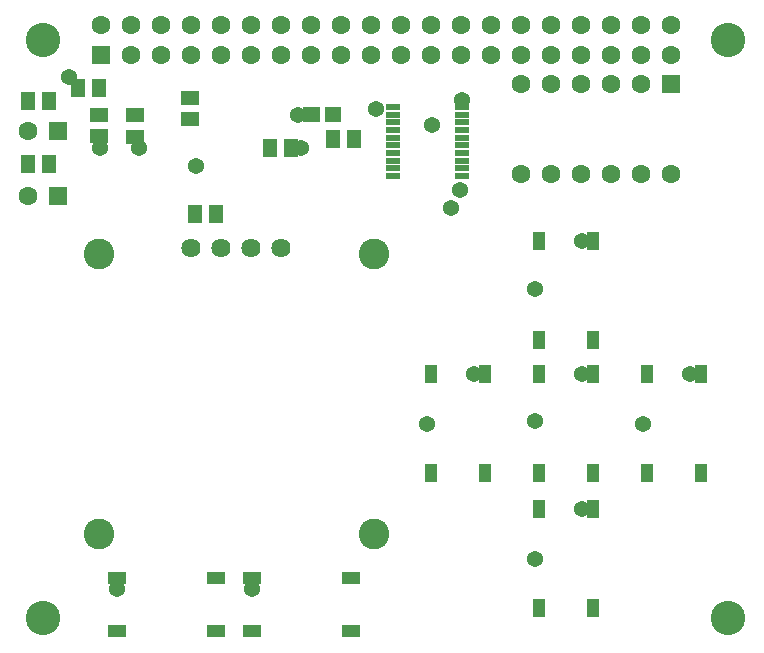
<source format=gts>
G04 Layer_Color=8388736*
%FSLAX25Y25*%
%MOIN*%
G70*
G01*
G75*
%ADD34R,0.05912X0.05124*%
%ADD35R,0.05124X0.05912*%
%ADD36R,0.04337X0.06306*%
%ADD37R,0.06306X0.04337*%
%ADD38C,0.11500*%
%ADD39C,0.06306*%
%ADD40R,0.06306X0.06306*%
%ADD41C,0.10243*%
%ADD42C,0.06400*%
%ADD43C,0.00400*%
%ADD44C,0.06306*%
%ADD45R,0.06306X0.06306*%
%ADD46C,0.05400*%
G36*
X141831Y-38832D02*
X137144D01*
Y-36845D01*
X141831D01*
Y-38832D01*
D02*
G37*
G36*
X118856D02*
X114169D01*
Y-36845D01*
X118856D01*
Y-38832D01*
D02*
G37*
G36*
Y-36273D02*
X114169D01*
Y-34286D01*
X118856D01*
Y-36273D01*
D02*
G37*
G36*
Y-33714D02*
X114169D01*
Y-31727D01*
X118856D01*
Y-33714D01*
D02*
G37*
G36*
X141831Y-36273D02*
X137144D01*
Y-34286D01*
X141831D01*
Y-36273D01*
D02*
G37*
G36*
Y-41391D02*
X137144D01*
Y-39404D01*
X141831D01*
Y-41391D01*
D02*
G37*
G36*
Y-46509D02*
X137144D01*
Y-44522D01*
X141831D01*
Y-46509D01*
D02*
G37*
G36*
X118856D02*
X114169D01*
Y-44522D01*
X118856D01*
Y-46509D01*
D02*
G37*
G36*
Y-43950D02*
X114169D01*
Y-41963D01*
X118856D01*
Y-43950D01*
D02*
G37*
G36*
Y-41391D02*
X114169D01*
Y-39404D01*
X118856D01*
Y-41391D01*
D02*
G37*
G36*
X141831Y-43950D02*
X137144D01*
Y-41963D01*
X141831D01*
Y-43950D01*
D02*
G37*
G36*
X118856Y-26037D02*
X114169D01*
Y-24050D01*
X118856D01*
Y-26037D01*
D02*
G37*
G36*
X99299Y-27362D02*
X93787D01*
Y-22638D01*
X99299D01*
Y-27362D01*
D02*
G37*
G36*
X141831Y-26037D02*
X137144D01*
Y-24050D01*
X141831D01*
Y-26037D01*
D02*
G37*
G36*
Y-23478D02*
X137144D01*
Y-21490D01*
X141831D01*
Y-23478D01*
D02*
G37*
G36*
X118856D02*
X114169D01*
Y-21490D01*
X118856D01*
Y-23478D01*
D02*
G37*
G36*
X92213Y-27362D02*
X86701D01*
Y-22638D01*
X92213D01*
Y-27362D01*
D02*
G37*
G36*
X118856Y-31155D02*
X114169D01*
Y-29168D01*
X118856D01*
Y-31155D01*
D02*
G37*
G36*
X141831Y-33714D02*
X137144D01*
Y-31727D01*
X141831D01*
Y-33714D01*
D02*
G37*
G36*
Y-31155D02*
X137144D01*
Y-29168D01*
X141831D01*
Y-31155D01*
D02*
G37*
G36*
Y-28596D02*
X137144D01*
Y-26609D01*
X141831D01*
Y-28596D01*
D02*
G37*
G36*
X118856D02*
X114169D01*
Y-26609D01*
X118856D01*
Y-28596D01*
D02*
G37*
D34*
X30700Y-25257D02*
D03*
Y-32343D02*
D03*
X18600Y-25157D02*
D03*
Y-32243D02*
D03*
X49000Y-19457D02*
D03*
Y-26543D02*
D03*
D35*
X96457Y-33000D02*
D03*
X103543D02*
D03*
X-5143Y-20400D02*
D03*
X1943D02*
D03*
X-5143Y-41500D02*
D03*
X1943D02*
D03*
X18543Y-16000D02*
D03*
X11457D02*
D03*
X50457Y-58000D02*
D03*
X57543D02*
D03*
X82543Y-36000D02*
D03*
X75457D02*
D03*
D36*
X129372Y-111580D02*
D03*
X147088D02*
D03*
Y-144650D02*
D03*
X129372D02*
D03*
X165372Y-111580D02*
D03*
X183088D02*
D03*
Y-144650D02*
D03*
X165372D02*
D03*
Y-67080D02*
D03*
X183088D02*
D03*
Y-100150D02*
D03*
X165372D02*
D03*
Y-156579D02*
D03*
X183088D02*
D03*
Y-189650D02*
D03*
X165372D02*
D03*
X201372Y-111580D02*
D03*
X219088D02*
D03*
Y-144650D02*
D03*
X201372D02*
D03*
D37*
X24579Y-197128D02*
D03*
Y-179412D02*
D03*
X57650D02*
D03*
Y-197128D02*
D03*
X69579D02*
D03*
Y-179412D02*
D03*
X102650D02*
D03*
Y-197128D02*
D03*
D38*
X228400Y0D02*
D03*
X0D02*
D03*
Y-192900D02*
D03*
X228400D02*
D03*
D39*
X-5200Y-30600D02*
D03*
X19200Y5000D02*
D03*
X29200Y-5000D02*
D03*
Y5000D02*
D03*
X39200Y-5000D02*
D03*
Y5000D02*
D03*
X49200Y-5000D02*
D03*
Y5000D02*
D03*
X59200Y-5000D02*
D03*
Y5000D02*
D03*
X69200Y-5000D02*
D03*
Y5000D02*
D03*
X79200Y-5000D02*
D03*
Y5000D02*
D03*
X89200Y-5000D02*
D03*
Y5000D02*
D03*
X99200Y-5000D02*
D03*
Y5000D02*
D03*
X109200Y-5000D02*
D03*
Y5000D02*
D03*
X119200Y-5000D02*
D03*
Y5000D02*
D03*
X129200Y-5000D02*
D03*
Y5000D02*
D03*
X139200Y-5000D02*
D03*
Y5000D02*
D03*
X149200Y-5000D02*
D03*
Y5000D02*
D03*
X159200Y-5000D02*
D03*
Y5000D02*
D03*
X169200Y-5000D02*
D03*
Y5000D02*
D03*
X179200Y-5000D02*
D03*
Y5000D02*
D03*
X189200Y-5000D02*
D03*
Y5000D02*
D03*
X199200Y-5000D02*
D03*
Y5000D02*
D03*
X209200Y-5000D02*
D03*
Y5000D02*
D03*
X-5200Y-52200D02*
D03*
X159100Y-44700D02*
D03*
X169100D02*
D03*
X179100D02*
D03*
X189100D02*
D03*
X199100D02*
D03*
X209100D02*
D03*
X159100Y-14700D02*
D03*
D40*
X4800Y-30600D02*
D03*
X19200Y-5000D02*
D03*
X4800Y-52200D02*
D03*
D41*
X110306Y-164926D02*
D03*
X18574D02*
D03*
Y-71422D02*
D03*
X110306D02*
D03*
D42*
X79283Y-69454D02*
D03*
X69283D02*
D03*
X59283D02*
D03*
X49283D02*
D03*
D43*
X147088Y-111580D02*
D03*
X129372D02*
D03*
X183088D02*
D03*
X165372D02*
D03*
X183088Y-67080D02*
D03*
X165372D02*
D03*
X183088Y-156579D02*
D03*
X165372D02*
D03*
X219088Y-111580D02*
D03*
X201372D02*
D03*
X24579Y-179412D02*
D03*
Y-197128D02*
D03*
X69579Y-179412D02*
D03*
Y-197128D02*
D03*
D44*
X169100Y-14700D02*
D03*
X179100D02*
D03*
X189100D02*
D03*
X199100D02*
D03*
D45*
X209100D02*
D03*
D46*
X85000Y-25000D02*
D03*
X143500Y-111500D02*
D03*
X179500D02*
D03*
Y-67000D02*
D03*
X24500Y-183000D02*
D03*
X215500Y-111500D02*
D03*
X179500Y-156500D02*
D03*
X164000Y-83000D02*
D03*
Y-127000D02*
D03*
X128000Y-128000D02*
D03*
X164000Y-173000D02*
D03*
X200000Y-128000D02*
D03*
X69500Y-183000D02*
D03*
X136000Y-56000D02*
D03*
X139000Y-50000D02*
D03*
X111000Y-23000D02*
D03*
X129500Y-28500D02*
D03*
X139500Y-20000D02*
D03*
X19000Y-36000D02*
D03*
X32000D02*
D03*
X8495Y-12644D02*
D03*
X51000Y-42000D02*
D03*
X86000Y-36000D02*
D03*
M02*

</source>
